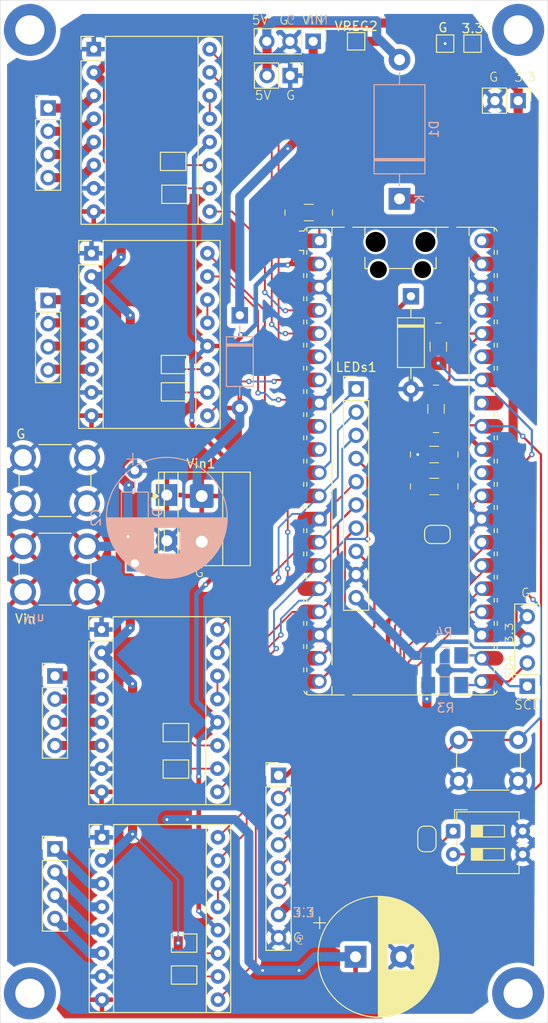
<source format=kicad_pcb>
(kicad_pcb (version 20241229) (generator "pcbnew") (generator_version "9.0")
  (layers (0 "F.Cu" signal) (2 "B.Cu" signal) (13 "F.Paste" user) (15 "B.Paste" user) (5 "F.SilkS" user "F.Silkscreen") (7 "B.SilkS" user "B.Silkscreen") (1 "F.Mask" user) (3 "B.Mask" user) (25 "Edge.Cuts" user))
  (net 0 "")
  (net 1 "+12V")
  (net 2 "Net-(A1-~{RST})")
  (net 3 "Net-(A1-B1)")
  (net 4 "Net-(A1-A1)")
  (net 5 "Net-(A1-B2)")
  (net 6 "Net-(A1-A2)")
  (net 7 "GND")
  (net 8 "Net-(A1-M0)")
  (net 9 "Net-(A1-M1)")
  (net 10 "+3.3V")
  (net 11 "+5V")
  (net 12 "Net-(D1-K)")
  (net 14 "Net-(D2-K)")
  (net 15 "Net-(D4-K)")
  (net 16 "/SDA")
  (net 17 "/SCL")
  (net 18 "Net-(J2-Pin_6)")
  (net 19 "Net-(J2-Pin_2)")
  (net 20 "Net-(J2-Pin_5)")
  (net 21 "Net-(J2-Pin_3)")
  (net 22 "Net-(J2-Pin_4)")
  (net 23 "Net-(JP1-A)")
  (net 24 "Net-(JP1-B)")
  (net 25 "Net-(JP2-B)")
  (net 26 "/UART")
  (net 27 "Net-(U1-GPIO27_ADC1)")
  (net 28 "Net-(U1-GPIO0)")
  (net 31 "/EN0")
  (net 32 "/STEP0")
  (net 33 "/DIR0")
  (net 34 "/DIR1")
  (net 35 "/EN2")
  (net 36 "/STEP1")
  (net 37 "/STEP2")
  (net 38 "/EN1")
  (net 39 "/DIR2")
  (net 43 "Net-(A2-M1)")
  (net 44 "Net-(A2-B2)")
  (net 45 "Net-(A2-~{RST})")
  (net 46 "Net-(A2-M0)")
  (net 47 "Net-(A2-B1)")
  (net 48 "Net-(A2-A2)")
  (net 49 "Net-(A2-A1)")
  (net 50 "Net-(A3-B1)")
  (net 51 "Net-(A3-M0)")
  (net 52 "Net-(A3-~{RST})")
  (net 53 "Net-(A3-M1)")
  (net 54 "Net-(A3-B2)")
  (net 55 "Net-(A3-A2)")
  (net 56 "Net-(A3-A1)")
  (net 57 "/STEP3")
  (net 58 "Net-(A4-B2)")
  (net 59 "Net-(A4-A1)")
  (net 60 "Net-(A4-~{RST})")
  (net 61 "/DIR3")
  (net 62 "Net-(A4-B1)")
  (net 63 "Net-(A4-M1)")
  (net 64 "Net-(A4-M0)")
  (net 65 "Net-(A4-A2)")
  (net 66 "/EN3")
  (net 67 "Net-(LEDs1-Pin_8)")
  (net 68 "Net-(LEDs1-Pin_7)")
  (footprint "Jumper:SolderJumper-2_P1.3mm_Open_Pad1.0x1.5mm" (layer "F.Cu") (at 113.95 75.65)
    (property "Reference" "JP6" (hide yes))
    (property "Value" "SolderJumper_2_Open" (hide yes))
  )
  (footprint "Connector_PinHeader_2.54mm:PinHeader_1x04_P2.54mm_Vertical" (layer "F.Cu") (at 100.25 69.81)
    (property "Reference" "J15" (hide yes))
    (property "Value" "M0")
  )
  (footprint "MountingHole:MountingHole_3.2mm_M3_ISO7380_Pad_TopBottom" (layer "F.Cu") (at 151.75 166.75)
    (property "Reference" "H2" (hide yes))
    (property "Value" "MountingHole" (hide yes))
  )
  (footprint "Connector_PinHeader_2.54mm:PinHeader_1x10_P2.54mm_Vertical" (layer "F.Cu") (at 134 100.57)
    (property "Reference" "LEDs1")
    (property "Value" "Conn_01x10_Pin" (hide yes))
  )
  (footprint "Connector_PinHeader_2.54mm:PinHeader_1x08_P2.54mm_Vertical" (layer "F.Cu") (at 125.5 142.88)
    (property "Reference" "J2" (hide yes))
    (property "Value" "Conn_01x08_Socket" (hide yes))
  )
  (footprint "Capacitor_THT:CP_Radial_D13.0mm_P5.00mm" (layer "F.Cu") (at 133.934785 162.75)
    (property "Reference" "C1" (hide yes))
    (property "Value" "C" (hide yes))
  )
  (footprint "TestPoint:TestPoint_Pad_1.5x1.5mm" (layer "F.Cu") (at 146.75 62.75)
    (property "Reference" "3.3")
    (property "Value" "TestPoint" (hide yes))
  )
  (footprint "Module:Pololu_Breakout-16_15.2x20.3mm" (layer "F.Cu") (at 106.15 149.67)
    (property "Reference" "A4" (hide yes))
    (property "Value" "TMC2209" (hide yes))
  )
  (footprint "Jumper:SolderJumper-2_P1.3mm_Open_Pad1.0x1.5mm" (layer "F.Cu") (at 114.05 97.89)
    (property "Reference" "JP4" (hide yes))
    (property "Value" "SolderJumper_2_Open" (hide yes))
  )
  (footprint "Jumper:SolderJumper-2_P1.3mm_Open_Pad1.0x1.5mm" (layer "F.Cu") (at 114.05 100.89)
    (property "Reference" "JP3" (hide yes))
    (property "Value" "SolderJumper_2_Open" (hide yes))
  )
  (footprint "digikey-footprints:1206" (layer "F.Cu") (at 142.75 102.75 -90)
    (property "Reference" "R6" (hide yes))
    (property "Value" "R")
  )
  (footprint "digikey-footprints:1206" (layer "F.Cu") (at 142.55 111.25)
    (property "Reference" "R5" (hide yes))
    (property "Value" "R")
  )
  (footprint "MountingHole:MountingHole_3.2mm_M3_ISO7380_Pad_TopBottom" (layer "F.Cu") (at 98.25 166.75)
    (property "Reference" "H3" (hide yes))
    (property "Value" "MountingHole" (hide yes))
  )
  (footprint "digikey-footprints:1206" (layer "F.Cu") (at 128.8 81.25)
    (property "Reference" "RUART1" (hide yes))
    (property "Value" "1K")
  )
  (footprint "Button_Switch_THT:SW_DIP_SPSTx02_Slide_6.7x6.64mm_W7.62mm_P2.54mm_LowProfile" (layer "F.Cu") (at 144.63 148.9925)
    (property "Reference" "SW2" (hide yes))
    (property "Value" "SW_DIP_x02" (hide yes))
  )
  (footprint "Diode_THT:D_A-405_P10.16mm_Horizontal" (layer "F.Cu") (at 140 90.42 -90)
    (property "Reference" "D4" (hide yes))
    (property "Value" "D")
  )
  (footprint "Connector_PinHeader_2.54mm:PinHeader_1x04_P2.54mm_Vertical" (layer "F.Cu") (at 101 132)
    (property "Reference" "J16" (hide yes))
    (property "Value" "M2")
  )
  (footprint "MountingHole:MountingHole_3.2mm_M3_ISO7380_Pad_TopBottom" (layer "F.Cu") (at 151.75 61.25)
    (property "Reference" "H1" (hide yes))
    (property "Value" "MountingHole" (hide yes))
  )
  (footprint "Jumper:SolderJumper-2_P1.3mm_Open_Pad1.0x1.5mm" (layer "F.Cu") (at 114.25 142.2)
    (property "Reference" "JP7" (hide yes))
    (property "Value" "SolderJumper_2_Open" (hide yes))
  )
  (footprint "Module:Pololu_Breakout-16_15.2x20.3mm" (layer "F.Cu") (at 106.1 126.91)
    (property "Reference" "A3" (hide yes))
    (property "Value" "TMC2209" (hide yes))
  )
  (footprint "TestPoint:TestPoint_Pad_1.5x1.5mm" (layer "F.Cu") (at 134 62.5)
    (property "Reference" "VREG2")
    (property "Value" "TestPoint" (hide yes))
  )
  (footprint "TestPoint:TestPoint_Pad_1.5x1.5mm" (layer "F.Cu") (at 143.75 62.75)
    (property "Reference" "G")
    (property "Value" "TestPoint" (hide yes))
  )
  (footprint "Module:Pololu_Breakout-16_15.2x20.3mm" (layer "F.Cu") (at 105.25 63.36)
    (property "Reference" "A2" (hide yes))
    (property "Value" "TMC2209" (hide yes))
  )
  (footprint "Jumper:SolderJumper-2_P1.3mm_Open_RoundedPad1.0x1.5mm" (layer "F.Cu") (at 141.75 149.85 90)
    (property "Reference" "JP1" (hide yes))
    (property "Value" "SolderJumper_2_Open" (hide yes))
  )
  (footprint "digikey-footprints:1206" (layer "F.Cu") (at 143 95.95 -90)
    (property "Reference" "R2" (hide yes))
    (property "Value" "R" (hide yes))
  )
  (footprint "Connector_PinHeader_2.54mm:PinHeader_1x04_P2.54mm_Vertical" (layer "F.Cu") (at 152.75 133.12 180)
    (property "Reference" "I2C1" (hide yes))
    (property "Value" "Conn_01x04_Pin" (hide yes))
  )
  (footprint "Connector_PinHeader_2.54mm:PinHeader_1x04_P2.54mm_Vertical" (layer "F.Cu") (at 100.25 90.88)
    (property "Reference" "J14" (hide yes))
    (property "Value" "M1" (hide yes))
  )
  (footprint "TerminalBlock_Phoenix:TerminalBlock_Phoenix_MKDS-1,5-2_1x02_P5.00mm_Horizontal" (layer "F.Cu") (at 117.0775 112.3 -90)
    (property "Reference" "Vin1")
    (property "Value" "Screw_Terminal_01x02" (hide yes))
  )
  (footprint "Jumper:SolderJumper-2_P1.3mm_Open_Pad1.0x1.5mm" (layer "F.Cu") (at 114.25 138.2)
    (property "Reference" "JP8" (hide yes))
    (property "Value" "SolderJumper_2_Open" (hide yes))
  )
  (footprint "Connector_PinHeader_2.54mm:PinHeader_1x02_P2.54mm_Vertical" (layer "F.Cu") (at 126.775 66.25 -90)
    (property "Reference" "J5" (hide yes))
    (property "Value" "Conn_01x02_Socket" (hide yes))
  )
  (footprint "Jumper:SolderJumper-2_P1.3mm_Open_RoundedPad1.0x1.5mm" (layer "F.Cu") (at 142.9 116.5 180)
    (property "Reference" "JP2" (hide yes))
    (property "Value" "SolderJumper_2_Open" (hide yes))
  )
  (footprint "Jumper:SolderJumper-2_P1.3mm_Open_Pad1.0x1.5mm" (layer "F.Cu") (at 115.15 161.25)
    (property "Reference" "JP10" (hide yes))
    (property "Value" "SolderJumper_2_Open" (hide yes))
  )
  (footprint "Connector_PinHeader_2.54mm:PinHeader_1x04_P2.54mm_Vertical" (layer "F.Cu") (at 101 150.94)
    (property "Reference" "J17" (hide yes))
    (property "Value" "M3")
  )
  (footprint "7767:KEYSTONE_7767" (layer "F.Cu") (at 101.005 120.3 90)
    (property "Reference" "J27" (hide yes))
    (property "Value" "7767" (hide yes))
  )
  (footprint "Jumper:SolderJumper-2_P1.3mm_Open_Pad1.0x1.5mm" (layer "F.Cu") (at 115.15 164.75)
    (property "Reference" "JP9" (hide yes))
    (property "Value" "SolderJumper_2_Open" (hide yes))
  )
  (footprint "Module:Pololu_Breakout-16_15.2x20.3mm" (layer "F.Cu") (at 105 85.71)
    (property "Reference" "A1" (hide yes))
    (property "Value" "TMC2209" (hide yes))
  )
  (footprint "7767:KEYSTONE_7767" (layer "F.Cu") (at 101 110.6 90)
    (property "Reference" "J28" (hide yes))
    (property "Value" "7767" (hide yes))
  )
  (footprint "Connector_PinHeader_2.54mm:PinHeader_1x03_P2.54mm_Vertical" (layer "F.Cu") (at 129.29 62.5 -90)
    (property "Reference" "VReg1" (hide yes))
    (property "Value" "Conn_01x03_Pin" (hide yes))
  )
  (footprint "Jumper:SolderJumper-2_P1.3mm_Open_Pad1.0x1.5mm" (layer "F.Cu") (at 114.1 79.25)
    (property "Reference" "JP5" (hide yes))
    (property "Value" "SolderJumper_2_Open" (hide yes))
  )
  (footprint "digikey-footprints:1206" (layer "F.Cu") (at 142.55 107.75)
    (property "Reference" "R1" (hide yes))
    (property "Value" "R")
  )
  (footprint "Button_Switch_THT:SW_PUSH_6mm" (layer "F.Cu") (at 145.25 139)
    (property "Reference" "SW1" (hide yes))
    (property "Value" "SW_Push" (hide yes))
  )
  (footprint "Connector_PinHeader_2.54mm:PinHeader_1x02_P2.54mm_Vertical" (layer "F.Cu") (at 151.75 69 -90)
    (property "Reference" "J4" (hide yes))
    (property "Value" "Conn_01x02_Socket" (hide yes))
  )
  (footprint "MountingHole:MountingHole_3.2mm_M3_ISO7380_Pad_TopBottom" (layer "F.Cu") (at 98.25 61.25)
    (property "Reference" "H4" (hide yes))
    (property "Value" "MountingHole" (hide yes))
  )
  (footprint "Module:RaspberryPi_Pico_Common_Unspecified" (layer "F.Cu") (at 138.86 108.47)
    (property "Reference" "U1" (hide yes))
    (property "Value" "Pico")
  )
  (footprint "Capacitor_THT:CP_Radial_D13.0mm_P5.00mm" (layer "B.Cu") (at 113.25 112.184784 -90)
    (property "Reference" "C2")
    (property "Value" "C")
  )
  (footprint "Diode_THT:D_DO-27_P15.24mm_Horizontal" (layer "B.Cu") (at 138.75 79.75 90)
    (property "Reference" "D1")
    (property "Value" "D_Schottky")
  )
  (footprint "digikey-footprints:1206" (layer "B.Cu") (at 143.7 133)
    (property "Reference" "R3")
    (property "Value" "R")
  )
  (footprint "digikey-footprints:1206" (layer "B.Cu") (at 143.7 129.75 180)
    (property "Reference" "R4")
    (property "Value" "R" (hide yes))
  )
  (footprint "Diode_THT:D_A-405_P10.16mm_Horizontal" (layer "B.Cu") (at 121.25 92.5 -90)
    (property "Reference" "D2" (hide yes))
    (property "Value" "D")
  )
  (footprint "Diode_THT:D_A-405_P10.16mm_Horizontal" (layer "B.Cu") (at 109.75 119.66 90)
    (property "Reference" "D3")
    (property "Value" "D")
  )
  (gr_rect (start 95 58) (end 155 170) (stroke (width 0.05)) (fill no) (layer "Edge.Cuts"))
  (gr_text "G" (at 148.5 67 0) (layer "F.SilkS") (effects (font (size 1 1) (thickness 0.1)) (justify left bottom)))
  (gr_text "5V" (at 122.83 69 0) (layer "F.SilkS") (effects (font (size 1 1) (thickness 0.1)) (justify left bottom)))
  (gr_text "G" (at 125.5 60.75 0) (layer "F.SilkS") (effects (font (size 1 1) (thickness 0.1)) (justify left bottom)))
  (gr_text "SDA" (at 151.25 132.5 90) (layer "F.SilkS") (effects (font (size 0.8 1) (thickness 0.1)) (justify left bottom)))
  (gr_text "G" (at 152 123.5 0) (layer "F.SilkS") (effects (font (size 1 1) (thickness 0.1)) (justify left bottom)))
  (gr_text "3.3" (at 127 158.5 0) (layer "F.SilkS") (effects (font (size 1 1) (thickness 0.1)) (justify left bottom)))
  (gr_text "G" (at 126.25 69 0) (layer "F.SilkS") (effects (font (size 1 1) (thickness 0.1)) (justify left bottom)))
  (gr_text "5V" (at 122.5 60.75 0) (layer "F.SilkS") (effects (font (size 1 1) (thickness 0.1)) (justify left bottom)))
  (gr_text "VIN" (at 128 60.75 0) (layer "F.SilkS") (effects (font (size 1 1) (thickness 0.1)) (justify left bottom)))
  (gr_text "G" (at 116.25 121.25 0) (layer "F.SilkS") (effects (font (size 1 1) (thickness 0.1)) (justify left bottom)))
  (gr_text "G" (at 97.25 105.5 0) (layer "F.SilkS") (effects (font (size 1 1))))
  (gr_text "SCL" (at 151.25 135.75 0) (layer "F.SilkS") (effects (font (size 1 1) (thickness 0.1)) (justify left bottom)))
  (gr_text "3.3" (at 151.25 128.58 90) (layer "F.SilkS") (effects (font (size 0.8 1) (thickness 0.1)) (justify left bottom)))
  (gr_text "G" (at 127 161.25 0) (layer "F.SilkS") (effects (font (size 1 1) (thickness 0.1)) (justify left bottom)))
  (gr_text "3.3" (at 151.25 67 0) (layer "F.SilkS") (effects (font (size 1 1) (thickness 0.1)) (justify left bottom)))
  (gr_text "Vin" (at 97.75 125.75 0) (layer "F.SilkS") (effects (font (size 1 1))))
  (gr_text "G" (at 127.25 160.25 180) (layer "B.SilkS") (effects (font (size 1 1) (thickness 0.1)) (justify left bottom mirror)))
  (gr_text "Vin" (at 98.75 125.75 180) (layer "B.SilkS") (effects (font (size 1 1)) (justify mirror)))
  (gr_text "G" (at 126.25 59.5 180) (layer "B.SilkS") (effects (font (size 1 1) (thickness 0.1)) (justify left bottom mirror)))
  (gr_text "VIN" (at 128.5 59.5 180) (layer "B.SilkS") (effects (font (size 1 1) (thickness 0.1)) (justify left bottom mirror)))
  (gr_text "3.3" (at 127 157.25 180) (layer "B.SilkS") (effects (font (size 1 1) (thickness 0.1)) (justify left bottom mirror)))
  (via (at 113.272598 147.727402) (size 0.6) (drill 0.3) (layers "F.Cu" "B.Cu") (net 1))
  (via (at 115.5 147.727402) (size 0.6) (drill 0.3) (layers "F.Cu" "B.Cu") (net 1))
  (via (at 123.75 164.25) (size 0.6) (drill 0.3) (layers "F.Cu" "B.Cu") (net 1))
  (via (at 127.75 164.25) (size 0.6) (drill 0.3) (layers "F.Cu" "B.Cu") (net 1))
  (segment (start 120.727402 147.727402) (end 122.25 149.25) (width 1) (layer "B.Cu") (net 1))
  (segment (start 122.25 163.25) (end 123.25 164.25) (width 1) (layer "B.Cu") (net 1))
  (segment (start 116.5775 109.1725) (end 121.25 104.5) (width 1) (layer "B.Cu") (net 1))
  (segment (start 121.25 104.5) (end 121.25 102.66) (width 1) (layer "B.Cu") (net 1))
  (segment (start 107.89 117.8) (end 109.75 119.66) (width 1) (layer "B.Cu") (net 1))
  (segment (start 104.51 117.8) (end 107.89 117.8) (width 1) (layer "B.Cu") (net 1))
  (segment (start 123.25 164.25) (end 123.75 164.25) (width 1) (layer "B.Cu") (net 1))
  (segment (start 116.5775 112.3) (end 116.5775 109.1725) (width 1) (layer "B.Cu") (net 1))
  (segment (start 123.75 164.25) (end 127.75 164.25) (width 1) (layer "B.Cu") (net 1))
  (segment (start 128 164.25) (end 129.5 162.75) (width 1) (layer "B.Cu") (net 1))
  (segment (start 113.272598 147.727402) (end 115.5 147.727402) (width 1) (layer "B.Cu") (net 1))
  (segment (start 127.75 164.25) (end 128 164.25) (width 1) (layer "B.Cu") (net 1))
  (segment (start 129.5 162.75) (end 133.934785 162.75) (width 1) (layer "B.Cu") (net 1))
  (segment (start 115.5 147.727402) (end 120.727402 147.727402) (width 1) (layer "B.Cu") (net 1))
  (segment (start 122.25 154) (end 122.25 163.25) (width 1) (layer "B.Cu") (net 1))
  (segment (start 122.25 149.25) (end 122.25 154) (width 1) (layer "B.Cu") (net 1))
  (segment (start 117.7 90.79) (end 117.7 93.33) (width 0.2) (layer "F.Cu") (net 2))
  (segment (start 105 95.87) (end 100.34 95.87) (width 1) (layer "F.Cu") (net 3))
  (segment (start 100.34 95.87) (end 100.25 95.96) (width 1) (layer "F.Cu") (net 3))
  (segment (start 105 93.33) (end 100.34 93.33) (width 1) (layer "F.Cu") (net 4))
  (segment (start 100.34 93.33) (end 100.25 93.42) (width 1) (layer "F.Cu") (net 4))
  (segment (start 105 98.41) (end 100.34 98.41) (width 1) (layer "F.Cu") (net 5))
  (segment (start 100.34 98.41) (end 100.25 98.5) (width 1) (layer "F.Cu") (net 5))
  (segment (start 105 90.79) (end 100.34 90.79) (width 1) (layer "F.Cu") (net 6))
  (segment (start 100.34 90.79) (end 100.25 90.88) (width 1) (layer "F.Cu") (net 6))
  (via (at 143.75 62.75) (size 0.6) (drill 0.3) (layers "F.Cu" "B.Cu") (net 7))
  (via (at 140.75 107.75) (size 0.6) (drill 0.3) (layers "F.Cu" "B.Cu") (net 7))
  (segment (start 117.7 100.95) (end 114.76 100.95) (width 0.2) (layer "F.Cu") (net 8))
  (segment (start 114.76 100.95) (end 114.7 100.89) (width 0.2) (layer "F.Cu") (net 8))
  (segment (start 117.7 98.41) (end 115.22 98.41) (width 0.2) (layer "F.Cu") (net 9))
  (segment (start 115.22 98.41) (end 114.7 97.89) (width 0.2) (layer "F.Cu") (net 9))
  (segment (start 113.6 142.2) (end 113.6 138.2) (width 0.2) (layer "F.Cu") (net 10))
  (segment (start 113.4 97.89) (end 109.39 97.89) (width 0.2) (layer "F.Cu") (net 10))
  (segment (start 108.149 121.261) (end 108.149 117.601) (width 1) (layer "F.Cu") (net 10))
  (segment (start 109.39 97.89) (end 109.25 97.75) (width 0.2) (layer "F.Cu") (net 10))
  (segment (start 146.75 62.75) (end 144.5 60.5) (width 1) (layer "F.Cu") (net 10))
  (segment (start 109.25 126.762) (end 109.25 126.75) (width 1) (layer "F.Cu") (net 10))
  (segment (start 108.25 76.999) (end 106.751 75.5) (width 1) (layer "F.Cu") (net 10))
  (segment (start 147.75 94.5) (end 143.35 94.5) (width 0.25) (layer "F.Cu") (net 10))
  (segment (start 148.55 94.5) (end 148.932736 94.5) (width 1) (layer "F.Cu") (net 10))
  (segment (start 144.226 98.024) (end 147.75 94.5) (width 0.25) (layer "F.Cu") (net 10))
  (segment (start 141.75 141.87) (end 141.75 134.5) (width 1) (layer "F.Cu") (net 10))
  (segment (start 151.199 96.766264) (end 151.199 126.489) (width 1) (layer "F.Cu") (net 10))
  (segment (start 109.25 97.75) (end 109.25 92.5) (width 1) (layer "F.Cu") (net 10))
  (segment (start 109.086844 107.899) (end 109.25 107.899) (width 1) (layer "F.Cu") (net 10))
  (segment (start 106.751 75.5) (end 106.751 67.401) (width 1) (layer "F.Cu") (net 10))
  (segment (start 109.25 126.75) (end 109.25 121.261) (width 1) (layer "F.Cu") (net 10))
  (segment (start 151.75 67.75) (end 146.75 62.75) (width 1) (layer "F.Cu") (net 10))
  (segment (start 109.5 138.25) (end 109.5 149.322) (width 1) (layer "F.Cu") (net 10))
  (segment (start 113.3 75.65) (end 106.901 75.65) (width 0.2) (layer "F.Cu") (net 10))
  (segment (start 109.086844 111.101) (end 108.149 110.163156) (width 1) (layer "F.Cu") (net 10))
  (segment (start 148.932736 94.5) (end 151.75 91.682736) (width 1) (layer "F.Cu") (net 10))
  (segment (start 114.5 161.25) (end 114.5 160.56) (width 0.2) (layer "F.Cu") (net 10))
  (segment (start 111.112 60.5) (end 105.712 65.9) (width 1) (layer "F.Cu") (net 10))
  (segment (start 143.35 94.5) (end 143 94.15) (width 0.25) (layer "F.Cu") (net 10))
  (segment (start 144.5 60.5) (end 111.112 60.5) (width 1) (layer "F.Cu") (net 10))
  (segment (start 106.901 75.65) (end 106.751 75.5) (width 0.2) (layer "F.Cu") (net 10))
  (segment (start 106.751 67.401) (end 105.25 65.9) (width 1) (layer "F.Cu") (net 10))
  (segment (start 109.5 132.85) (end 109.5 138.25) (width 1) (layer "F.Cu") (net 10))
  (segment (start 108.149 110.163156) (end 108.149 108.836844) (width 1) (layer "F.Cu") (net 10))
  (segment (start 144.226 99.474) (end 144.226 98.024) (width 0.25) (layer "F.Cu") (net 10))
  (segment (start 109.25 111.101) (end 109.086844 111.101) (width 1) (layer "F.Cu") (net 10))
  (segment (start 125.5 158.12) (end 141.75 141.87) (width 1) (layer "F.Cu") (net 10))
  (segment (start 113.6 138.2) (end 109.55 138.2) (width 0.2) (layer "F.Cu") (net 10))
  (segment (start 109.55 138.2) (end 109.5 138.25) (width 0.2) (layer "F.Cu") (net 10))
  (segment (start 151.199 126.489) (end 152.75 128.04) (width 1) (layer "F.Cu") (net 10))
  (segment (start 108.149 108.836844) (end 109.086844 107.899) (width 1) (layer "F.Cu") (net 10))
  (segment (start 114.5 164.75) (end 114.5 161.25) (width 0.2) (layer "F.Cu") (net 10))
  (segment (start 148.932736 94.5) (end 151.199 96.766264) (width 1) (layer "F.Cu") (net 10))
  (segment (start 113.4 97.89) (end 113.4 100.89) (width 0.2) (layer "F.Cu") (net 10))
  (segment (start 108.25 86.13137) (end 108.25 76.999) (width 1) (layer "F.Cu") (net 10))
  (segment (start 142.75 100.95) (end 144.226 99.474) (width 0.25) (layer "F.Cu") (net 10))
  (segment (start 151.75 91.682736) (end 151.75 69) (width 1) (layer "F.Cu") (net 10))
  (segment (start 113.45 75.8) (end 113.3 75.65) (width 0.2) (layer "F.Cu") (net 10))
  (segment (start 109.25 107.899) (end 109.25 97.75) (width 1) (layer "F.Cu") (net 10))
  (segment (start 113.45 79.25) (end 113.45 79.8) (width 0.2) (layer "F.Cu") (net 10))
  (segment (start 109.25 121.261) (end 108.149 121.261) (width 1) (layer "F.Cu") (net 10))
  (segment (start 108.149 117.601) (end 109 116.75) (width 1) (layer "F.Cu") (net 10))
  (segment (start 151.75 69) (end 151.75 67.75) (width 1) (layer "F.Cu") (net 10))
  (segment (start 105.712 65.9) (end 105.25 65.9) (width 1) (layer "F.Cu") (net 10))
  (segment (start 113.45 79.25) (end 113.45 75.8) (width 0.2) (layer "F.Cu") (net 10))
  (via (at 108.25 86.13137) (size 0.6) (drill 0.3) (layers "F.Cu" "B.Cu") (net 10))
  (via (at 109.086844 111.101) (size 0.6) (drill 0.3) (layers "F.Cu" "B.Cu") (net 10))
  (via (at 114.5 161.25) (size 0.6) (drill 0.3) (layers "F.Cu" "B.Cu") (net 10))
  (via (at 109.5 132.85) (size 0.6) (drill 0.3) (layers "F.Cu" "B.Cu") (net 10))
  (via (at 109 116.75) (size 0.6) (drill 0.3) (layers "F.Cu" "B.Cu") (net 10))
  (via (at 109.25 126.75) (size 0.6) (drill 0.3) (layers "F.Cu" "B.Cu") (net 10))
  (via (at 141.75 134.5) (size 0.6) (drill 0.3) (layers "F.Cu" "B.Cu") (net 10))
  (via (at 109.25 92.5) (size 0.6) (drill 0.3) (layers "F.Cu" "B.Cu") (net 10))
  (via (at 109.5 149.322) (size 0.6) (drill 0.3) (layers "F.Cu" "B.Cu") (net 10))
  (segment (start 105 88.25) (end 106.13137 88.25) (width 1) (layer "B.Cu") (net 10))
  (segment (start 141.75 129.9) (end 141.9 129.75) (width 1) (layer "B.Cu") (net 10))
  (segment (start 140.32 129.75) (end 134 123.43) (width 1) (layer "B.Cu") (net 10))
  (segment (start 143.4 128.25) (end 141.9 129.75) (width 0.5) (layer "B.Cu") (net 10))
  (segment (start 151.9 128.89) (end 146.89 128.89) (width 0.3) (layer "B.Cu") (net 10))
  (segment (start 109 116.75) (end 109 111.187844) (width 1) (layer "B.Cu") (net 10))
  (segment (start 141.9 129.75) (end 140.32 129.75) (width 1) (layer "B.Cu") (net 10))
  (segment (start 109.5 132.85) (end 106.1 129.45) (width 1) (layer "B.Cu") (net 10))
  (segment (start 114.5 154.322) (end 109.5 149.322) (width 0.2) (layer "B.Cu") (net 10))
  (segment (start 146.25 128.25) (end 143.4 128.25) (width 0.5) (layer "B.Cu") (net 10))
  (segment (start 109.5 149.322) (end 106.612 152.21) (width 1) (layer "B.Cu") (net 10))
  (segment (start 146.89 128.89) (end 146.25 128.25) (width 0.3) (layer "B.Cu") (net 10))
  (segment (start 106.13137 88.25) (end 108.25 86.13137) (width 1) (layer "B.Cu") (net 10))
  (segment (start 106.55 129.45) (end 109.25 126.75) (width 1) (layer "B.Cu") (net 10))
  (segment (start 106.612 152.21) (end 106.15 152.21) (width 1) (layer "B.Cu") (net 10))
  (segment (start 109 111.187844) (end 109.086844 111.101) (width 1) (layer "B.Cu") (net 10))
  (segment (start 151.9 128.89) (end 152.75 128.04) (width 0.5) (layer "B.Cu") (net 10))
  (segment (start 114.5 161.25) (end 114.5 154.322) (width 0.2) (layer "B.Cu") (net 10))
  (segment (start 106.1 129.45) (end 106.55 129.45) (width 1) (layer "B.Cu") (net 10))
  (segment (start 141.75 134.5) (end 141.75 129.9) (width 1) (layer "B.Cu") (net 10))
  (segment (start 109.25 92.5) (end 105 88.25) (width 1) (layer "B.Cu") (net 10))
  (segment (start 136.74 62.5) (end 138.75 64.51) (width 1) (layer "F.Cu") (net 11))
  (segment (start 124.235 62.525) (end 124.21 62.5) (width 1) (layer "F.Cu") (net 11))
  (segment (start 134 62.5) (end 136.74 62.5) (width 1) (layer "F.Cu") (net 11))
  (segment (start 124.235 66.25) (end 124.235 62.525) (width 1) (layer "F.Cu") (net 11))
  (segment (start 124.21 61.04) (end 125 60.25) (width 1) (layer "B.Cu") (net 11))
  (segment (start 124.21 62.5) (end 124.21 61.04) (width 1) (layer "B.Cu") (net 11))
  (segment (start 125 60.25) (end 136.25 60.25) (width 1) (layer "B.Cu") (net 11))
  (segment (start 136.25 62.01) (end 138.75 64.51) (width 1) (layer "B.Cu") (net 11))
  (segment (start 136.25 60.25) (end 136.25 62.01) (width 1) (layer "B.Cu") (net 11))
  (segment (start 138.75 79.75) (end 140.62 79.75) (width 1) (layer "F.Cu") (net 12))
  (segment (start 140.62 79.75) (end 147.75 86.88) (width 1) (layer "F.Cu") (net 12))
  (segment (start 126.5 74.25) (end 129.29 71.46) (width 1) (layer "F.Cu") (net 14))
  (segment (start 129.29 71.46) (end 129.29 62.5) (width 1) (layer "F.Cu") (net 14))
  (via (at 126.5 74.25) (size 0.6) (drill 0.3) (layers "F.Cu" "B.Cu") (net 14))
  (segment (start 121.25 92.5) (end 121.25 79.5) (width 1) (layer "B.Cu") (net 14))
  (segment (start 121.25 79.5) (end 126.5 74.25) (width 1) (layer "B.Cu") (net 14))
  (segment (start 140 90.42) (end 138.3307 92.0893) (width 0.5) (layer "F.Cu") (net 15))
  (segment (start 143.431019 116.381019) (end 143.431019 112.168981) (width 0.5) (layer "F.Cu") (net 15))
  (segment (start 126.37 142.88) (end 137.5 131.75) (width 0.5) (layer "F.Cu") (net 15))
  (segment (start 144.35 111.25) (end 144.35 107.75) (width 0.5) (layer "F.Cu") (net 15))
  (segment (start 138.3307 115.089716) (end 143.365984 120.125) (width 0.5) (layer "F.Cu") (net 15))
  (segment (start 125.5 142.88) (end 126.37 142.88) (width 0.2) (layer "F.Cu") (net 15))
  (segment (start 143.375 120.125) (end 143.55 119.95) (width 0.2) (layer "F.Cu") (net 15))
  (segment (start 143.431019 112.168981) (end 144.35 111.25) (width 0.5) (layer "F.Cu") (net 15))
  (segment (start 138.3307 92.0893) (end 138.3307 115.089716) (width 0.5) (layer "F.Cu") (net 15))
  (segment (start 143.365984 120.125) (end 143.375 120.125) (width 0.25) (layer "F.Cu") (net 15))
  (segment (start 137.5 131.75) (end 137.5 126) (width 0.5) (layer "F.Cu") (net 15))
  (segment (start 143.55 116.5) (end 143.431019 116.381019) (width 0.2) (layer "F.Cu") (net 15))
  (segment (start 137.5 126) (end 143.375 120.125) (width 0.5) (layer "F.Cu") (net 15))
  (segment (start 143.55 119.95) (end 143.55 116.5) (width 0.5) (layer "F.Cu") (net 15))
  (segment (start 148.55 132.6) (end 150.73 132.6) (width 0.25) (layer "F.Cu") (net 16))
  (segment (start 150.73 132.6) (end 152.75 130.58) (width 0.25) (layer "F.Cu") (net 16))
  (segment (start 145.5 133) (end 147.35 133) (width 0.25) (layer "B.Cu") (net 16))
  (segment (start 147.35 133) (end 147.75 132.6) (width 0.25) (layer "B.Cu") (net 16))
  (segment (start 152.75 133.12) (end 150.81 133.12) (width 0.25) (layer "B.Cu") (net 17))
  (segment (start 145.5 129.75) (end 147.44 129.75) (width 0.25) (layer "B.Cu") (net 17))
  (segment (start 147.44 129.75) (end 147.75 130.06) (width 0.25) (layer "B.Cu") (net 17))
  (segment (start 150.81 133.12) (end 147.75 130.06) (width 0.25) (layer "B.Cu") (net 17))
  (segment (start 140.299141 140.780859) (end 140.299141 131.299489) (width 0.2) (layer "F.Cu") (net 18))
  (segment (start 146.61863 124.98) (end 148.55 124.98) (width 0.2) (layer "F.Cu") (net 18))
  (segment (start 125.5 155.58) (end 140.299141 140.780859) (width 0.2) (layer "F.Cu") (net 18))
  (segment (start 140.299141 131.299489) (end 146.61863 124.98) (width 0.2) (layer "F.Cu") (net 18))
  (segment (start 146.28 113.75) (end 147.75 112.28) (width 0.2) (layer "F.Cu") (net 19))
  (segment (start 138.25 132.67) (end 138.25 126.5) (width 0.2) (layer "F.Cu") (net 19))
  (segment (start 138.25 126.5) (end 146.25 118.5) (width 0.2) (layer "F.Cu") (net 19))
  (segment (start 125.5 145.42) (end 138.25 132.67) (width 0.2) (layer "F.Cu") (net 19))
  (segment (start 146.25 113.75) (end 146.28 113.75) (width 0.2) (layer "F.Cu") (net 19))
  (segment (start 146.25 118.5) (end 146.25 113.75) (width 0.2) (layer "F.Cu") (net 19))
  (segment (start 139.75 138.79) (end 139.75 130.44) (width 0.2) (layer "F.Cu") (net 20))
  (segment (start 139.75 130.44) (end 147.75 122.44) (width 0.2) (layer "F.Cu") (net 20))
  (segment (start 125.5 153.04) (end 139.75 138.79) (width 0.2) (layer "F.Cu") (net 20))
  (segment (start 138.849 127.061) (end 148.55 117.36) (width 0.2) (layer "F.Cu") (net 21))
  (segment (start 125.5 147.96) (end 138.849 134.611) (width 0.2) (layer "F.Cu") (net 21))
  (segment (start 138.849 134.611) (end 138.849 127.061) (width 0.2) (layer "F.Cu") (net 21))
  (segment (start 139.25 136.75) (end 139.25 129.2) (width 0.2) (layer "F.Cu") (net 22))
  (segment (start 139.25 129.2) (end 148.55 119.9) (width 0.2) (layer "F.Cu") (net 22))
  (segment (start 125.5 150.5) (end 139.25 136.75) (width 0.2) (layer "F.Cu") (net 22))
  (segment (start 143.1225 150.5) (end 144.63 148.9925) (width 0.25) (layer "F.Cu") (net 23))
  (segment (start 141.75 150.5) (end 143.1225 150.5) (width 0.25) (layer "F.Cu") (net 23))
  (segment (start 141.75 149.2) (end 142.576 148.374) (width 0.25) (layer "F.Cu") (net 24))
  (segment (start 147.27 99.1) (end 147.75 99.58) (width 0.25) (layer "F.Cu") (net 24))
  (segment (start 153.25 107.75) (end 152.75 108.25) (width 0.25) (layer "F.Cu") (net 24))
  (segment (start 142.576 148.374) (end 142.576 141.674) (width 0.25) (layer "F.Cu") (net 24))
  (segment (start 142.576 141.674) (end 145.25 139) (width 0.25) (layer "F.Cu") (net 24))
  (segment (start 152.75 108.25) (end 152.75 123) (width 0.25) (layer "F.Cu") (net 24))
  (segment (start 152.75 123) (end 153.375 123.625) (width 0.25) (layer "F.Cu") (net 24))
  (segment (start 145.25 139) (end 151.75 139) (width 0.25) (layer "F.Cu") (net 24))
  (via (at 153.375 123.625) (size 0.6) (drill 0.3) (layers "F.Cu" "B.Cu") (net 24))
  (via (at 143 97.75) (size 0.6) (drill 0.3) (layers "F.Cu" "B.Cu") (net 24))
  (via (at 153.25 107.75) (size 0.6) (drill 0.3) (layers "F.Cu" "B.Cu") (net 24))
  (segment (start 154.25 136.5) (end 151.75 139) (width 0.25) (layer "B.Cu") (net 24))
  (segment (start 147.75 99.58) (end 153.25 105.08) (width 0.25) (layer "B.Cu") (net 24))
  (segment (start 153.25 105.08) (end 153.25 107.75) (width 0.25) (layer "B.Cu") (net 24))
  (segment (start 147.75 99.58) (end 144.83 99.58) (width 0.25) (layer "B.Cu") (net 24))
  (segment (start 154.25 124.5) (end 154.25 136.5) (width 0.25) (layer "B.Cu") (net 24))
  (segment (start 153.375 123.625) (end 154.25 124.5) (width 0.25) (layer "B.Cu") (net 24))
  (segment (start 144.83 99.58) (end 143 97.75) (width 0.25) (layer "B.Cu") (net 24))
  (segment (start 142.75 106) (end 146.55 106) (width 0.5) (layer "F.Cu") (net 25))
  (segment (start 140.75 111.25) (end 142.75 109.25) (width 0.5) (layer "F.Cu") (net 25))
  (segment (start 142.75 109.25) (end 142.75 106) (width 0.5) (layer "F.Cu") (net 25))
  (segment (start 140.75 115) (end 140.75 111.25) (width 0.5) (layer "F.Cu") (net 25))
  (segment (start 142.25 116.5) (end 140.75 115) (width 0.5) (layer "F.Cu") (net 25))
  (segment (start 146.55 106) (end 147.75 107.2) (width 0.5) (layer "F.Cu") (net 25))
  (segment (start 121.375 94.625) (end 121.5 94.5) (width 0.2) (layer "F.Cu") (net 26))
  (segment (start 116.75 157.73) (end 116.75 143) (width 0.5) (layer "F.Cu") (net 26))
  (segment (start 127 86.5) (end 126.5 87) (width 0.25) (layer "F.Cu") (net 26))
  (segment (start 126.75 87) (end 126.87 86.88) (width 0.2) (layer "F.Cu") (net 26))
  (segment (start 116 104.5) (end 120.75 109.25) (width 0.5) (layer "F.Cu") (net 26))
  (segment (start 121.375 94.875) (end 121.375 94.625) (width 0.5) (layer "F.Cu") (net 26))
  (segment (start 126.5 87) (end 126.75 87) (width 0.2) (layer "F.Cu") (net 26))
  (segment (start 117.7 95.87) (end 120.38 95.87) (width 0.5) (layer "F.Cu") (net 26))
  (segment (start 116 104) (end 116 104.5) (width 0.5) (layer "F.Cu") (net 26))
  (segment (start 120.75 109.25) (end 120.75 118.75) (width 0.5) (layer "F.Cu") (net 26))
  (segment (start 126.87 86.88) (end 129.17 86.88) (width 0.5) (layer "F.Cu") (net 26))
  (segment (start 120.75 118.75) (end 117.5 122) (width 0.5) (layer "F.Cu") (net 26))
  (segment (start 120.38 95.87) (end 121.375 94.875) (width 0.5) (layer "F.Cu") (net 26))
  (segment (start 116.76 157.74) (end 116.75 157.73) (width 0.5) (layer "F.Cu") (net 26))
  (segment (start 127 81.25) (end 127 86.5) (width 0.25) (layer "F.Cu") (net 26))
  (via (at 126.5 87) (size 0.6) (drill 0.3) (layers "F.Cu" "B.Cu") (net 26))
  (via (at 116.75 143) (size 0.6) (drill 0.3) (layers "F.Cu" "B.Cu") (net 26))
  (via (at 116 104) (size 0.6) (drill 0.3) (layers "F.Cu" "B.Cu") (net 26))
  (via (at 116.76 157.74) (size 0.6) (drill 0.3) (layers "F.Cu" "B.Cu") (net 26))
  (via (at 117.5 122) (size 0.6) (drill 0.3) (layers "F.Cu" "B.Cu") (net 26))
  (via (at 121.375 94.625) (size 0.6) (drill 0.3) (layers "F.Cu" "B.Cu") (net 26))
  (segment (start 121.875 94.625) (end 123 93.5) (width 0.5) (layer "B.Cu") (net 26))
  (segment (start 116.5 134.77) (end 116.5 123) (width 0.5) (layer "B.Cu") (net 26))
  (segment (start 116.75 139.12) (end 118.8 137.07) (width 0.5) (layer "B.Cu") (net 26))
  (segment (start 116 104) (end 116 97.57) (width 0.5) (layer "B.Cu") (net 26))
  (segment (start 116.25 94.42) (end 116.25 75.22) (width 0.5) (layer "B.Cu") (net 26))
  (segment (start 116.5 123) (end 117.5 122) (width 0.5) (layer "B.Cu") (net 26))
  (segment (start 123 93.5) (end 123 89.25) (width 0.5) (layer "B.Cu") (net 26))
  (segment (start 121.375 94.625) (end 121.875 94.625) (width 0.5) (layer "B.Cu") (net 26))
  (segment (start 125.25 87) (end 126.5 87) (width 0.5) (layer "B.Cu") (net 26))
  (segment (start 123 89.25) (end 125.25 87) (width 0.5) (layer "B.Cu") (net 26))
  (segment (start 118.8 137.07) (end 116.5 134.77) (width 0.5) (layer "B.Cu") (net 26))
  (segment (start 116 97.57) (end 117.7 95.87) (width 0.5) (layer "B.Cu") (net 26))
  (segment (start 116.76 157.74) (end 116.75 157.73) (width 0.5) (layer "B.Cu") (net 26))
  (segment (start 118.85 159.83) (end 116.76 157.74) (width 0.5) (layer "B.Cu") (net 26))
  (segment (start 116.25 75.22) (end 117.95 73.52) (width 0.5) (layer "B.Cu") (net 26))
  (segment (start 117.7 95.87) (end 116.25 94.42) (width 0.5) (layer "B.Cu") (net 26))
  (segment (start 116.75 143) (end 116.75 139.12) (width 0.5) (layer "B.Cu") (net 26))
  (segment (start 147.64 104.55) (end 147.75 104.66) (width 0.25) (layer "F.Cu") (net 27))
  (segment (start 144.63 151.5325) (end 146.4675 151.5325) (width 0.25) (layer "F.Cu") (net 27))
  (segment (start 142.75 104.55) (end 147.64 104.55) (width 0.25) (layer "F.Cu") (net 27))
  (segment (start 154.25 107.75) (end 152.25 105.75) (width 0.25) (layer "F.Cu") (net 27))
  (segment (start 154.25 143.75) (end 154.25 121) (width 0.25) (layer "F.Cu") (net 27))
  (segment (start 154.25 121) (end 154.25 107.75) (width 0.25) (layer "F.Cu") (net 27))
  (segment (start 146.4675 151.5325) (end 153.5 144.5) (width 0.25) (layer "F.Cu") (net 27))
  (segment (start 153.5 144.5) (end 154.25 143.75) (width 0.25) (layer "F.Cu") (net 27))
  (via (at 152.25 105.75) (size 0.6) (drill 0.3) (layers "F.Cu" "B.Cu") (net 27))
  (segment (start 152.25 105.75) (end 151.16 104.66) (width 0.25) (layer "B.Cu") (net 27))
  (segment (start 151.16 104.66) (end 147.75 104.66) (width 0.25) (layer "B.Cu") (net 27))
  (segment (start 129.97 81.88) (end 130.6 81.25) (width 0.25) (layer "F.Cu") (net 28))
  (segment (start 129.97 84.34) (end 129.97 81.88) (width 0.25) (layer "F.Cu") (net 28))
  (segment (start 124 90) (end 124 84.75) (width 0.2) (layer "F.Cu") (net 31))
  (segment (start 126.29 91.96) (end 129.17 91.96) (width 0.2) (layer "F.Cu") (net 31))
  (segment (start 126.25 92) (end 126.29 91.96) (width 0.2) (layer "F.Cu") (net 31))
  (segment (start 120.39 81.14) (end 117.95 81.14) (width 0.2) (layer "F.Cu") (net 31))
  (segment (start 124 84.75) (end 120.39 81.14) (width 0.2) (layer "F.Cu") (net 31))
  (via (at 124 90) (size 0.6) (drill 0.3) (layers "F.Cu" "B.Cu") (net 31))
  (via (at 126.25 92) (size 0.6) (drill 0.3) (layers "F.Cu" "B.Cu") (net 31))
  (segment (start 125.96 91.96) (end 126 92) (width 0.2) (layer "B.Cu") (net 31))
  (segment (start 124 90) (end 125.96 91.96) (width 0.2) (layer "B.Cu") (net 31))
  (segment (start 126 92) (end 126.25 92) (width 0.2) (layer "B.Cu") (net 31))
  (segment (start 126.25 94.5) (end 129.17 94.5) (width 0.2) (layer "F.Cu") (net 32))
  (segment (start 117.95 65.9) (end 124.75 72.7) (width 0.2) (layer "F.Cu") (net 32))
  (segment (start 124.75 72.7) (end 124.75 93.5) (width 0.2) (layer "F.Cu") (net 32))
  (via (at 126.25 94.5) (size 0.6) (drill 0.3) (layers "F.Cu" "B.Cu") (net 32))
  (via (at 124.75 93.5) (size 0.6) (drill 0.3) (layers "F.Cu" "B.Cu") (net 32))
  (segment (start 124.75 93.5) (end 125.75 94.5) (width 0.2) (layer "B.Cu") (net 32))
  (segment (start 125.75 94.5) (end 126.25 94.5) (width 0.2) (layer "B.Cu") (net 32))
  (segment (start 127.04 97.04) (end 129.17 97.04) (width 0.2) (layer "F.Cu") (net 33))
  (segment (start 125.5 95.75) (end 125.75 95.75) (width 0.2) (layer "F.Cu") (net 33))
  (segment (start 117.95 63.45) (end 125.5 71) (width 0.2) (layer "F.Cu") (net 33))
  (segment (start 125.5 71) (end 125.5 95.75) (width 0.2) (layer "F.Cu") (net 33))
  (segment (start 125.75 95.75) (end 127.04 97.04) (width 0.2) (layer "F.Cu") (net 33))
  (segment (start 117.95 63.36) (end 117.95 63.45) (width 0.2) (layer "F.Cu") (net 33))
  (segment (start 117.7 85.71) (end 124 92.01) (width 0.2) (layer "F.Cu") (net 34))
  (segment (start 124 92.01) (end 124 102.03) (width 0.2) (layer "F.Cu") (net 34))
  (segment (start 124 102.03) (end 129.17 107.2) (width 0.2) (layer "F.Cu") (net 34))
  (segment (start 121 128.25) (end 121 127) (width 0.2) (layer "F.Cu") (net 35))
  (segment (start 121 142.49) (end 121 128.25) (width 0.2) (layer "F.Cu") (net 35))
  (segment (start 126.5 112.41) (end 129.17 109.74) (width 0.2) (layer "F.Cu") (net 35))
  (segment (start 118.8 144.69) (end 121 142.49) (width 0.2) (layer "F.Cu") (net 35))
  (segment (start 126.5 120.25) (end 126.5 120) (width 0.2) (layer "F.Cu") (net 35))
  (segment (start 121 127) (end 126.5 121.5) (width 0.2) (layer "F.Cu") (net 35))
  (segment (start 126.5 116.25) (end 126.5 112.41) (width 0.2) (layer "F.Cu") (net 35))
  (segment (start 126.5 121.5) (end 126.5 120.25) (width 0.2) (layer "F.Cu") (net 35))
  (via (at 126.5 120.25) (size 0.6) (drill 0.3) (layers "F.Cu" "B.Cu") (net 35))
  (via (at 126.5 116.25) (size 0.6) (drill 0.3) (layers "F.Cu" "B.Cu") (net 35))
  (segment (start 131.25 108.5) (end 131.25 103.32) (width 0.25) (layer "B.Cu") (net 35))
  (segment (start 131.25 103.32) (end 134 100.57) (width 0.25) (layer "B.Cu") (net 35))
  (segment (start 126.5 120.25) (end 126.5 116.25) (width 0.2) (layer "B.Cu") (net 35))
  (segment (start 131.21 108.5) (end 131.25 108.5) (width 0.25) (layer "B.Cu") (net 35))
  (segment (start 129.97 109.74) (end 131.21 108.5) (width 0.25) (layer "B.Cu") (net 35))
  (segment (start 125.5 101.75) (end 126.26 101.75) (width 0.2) (layer "F.Cu") (net 36))
  (segment (start 117.7 88.25) (end 119.5 88.25) (width 0.2) (layer "F.Cu") (net 36))
  (segment (start 119.5 88.25) (end 123.25 92) (width 0.2) (layer "F.Cu") (net 36))
  (segment (start 126.26 101.75) (end 129.17 104.66) (width 0.2) (layer "F.Cu") (net 36))
  (segment (start 123.25 92) (end 123.25 101) (width 0.2) (layer "F.Cu") (net 36))
  (via (at 125.5 101.75) (size 0.6) (drill 0.3) (layers "F.Cu" "B.Cu") (net 36))
  (via (at 123.25 101) (size 0.6) (drill 0.3) (layers "F.Cu" "B.Cu") (net 36))
  (segment (start 123.25 101) (end 124 101) (width 0.2) (layer "B.Cu") (net 36))
  (segment (start 124.75 101.75) (end 125.5 101.75) (width 0.2) (layer "B.Cu") (net 36))
  (segment (start 124 101) (end 124.75 101.75) (width 0.2) (layer "B.Cu") (net 36))
  (segment (start 118.8 128.95) (end 120.25 127.5) (width 0.2) (layer "F.Cu") (net 37))
  (segment (start 120.25 126.75) (end 125.5 121.5) (width 0.2) (layer "F.Cu") (net 37))
  (segment (start 125.5 121.5) (end 125.5 121.25) (width 0.2) (layer "F.Cu") (net 37))
  (segment (start 120.25 127.5) (end 120.25 126.75) (width 0.2) (layer "F.Cu") (net 37))
  (segment (start 125.5 121.25) (end 125.5 121) (width 0.2) (layer "F.Cu") (net 37))
  (segment (start 118.8 129.45) (end 118.8 128.95) (width 0.2) (layer "F.Cu") (net 37))
  (via (at 125.5 121.25) (size 0.6) (drill 0.3) (layers "F.Cu" "B.Cu") (net 37))
  (segment (start 125.5 115.75) (end 127 114.25) (width 0.2) (layer "B.Cu") (net 37))
  (segment (start 125.5 121.25) (end 125.5 115.75) (width 0.2) (layer "B.Cu") (net 37))
  (segment (start 129.97 112.28) (end 132 110.25) (width 0.2) (layer "B.Cu") (net 37))
  (segment (start 132 105.11) (end 134 103.11) (width 0.2) (layer "B.Cu") (net 37))
  (segment (start 127 114.25) (end 128 114.25) (width 0.2) (layer "B.Cu") (net 37))
  (segment (start 128 114.25) (end 129.97 112.28) (width 0.2) (layer "B.Cu") (net 37))
  (segment (start 132 110.25) (end 132 105.11) (width 0.2) (layer "B.Cu") (net 37))
  (segment (start 121.44 99.75) (end 122.25 99.75) (width 0.2) (layer "F.Cu") (net 38))
  (segment (start 125 99.75) (end 125.17 99.58) (width 0.2) (layer "F.Cu") (net 38))
  (segment (start 125.17 99.58) (end 129.17 99.58) (width 0.2) (layer "F.Cu") (net 38))
  (segment (start 117.7 103.49) (end 121.44 99.75) (width 0.2) (layer "F.Cu") (net 38))
  (via (at 122.25 99.75) (size 0.6) (drill 0.3) (layers "F.Cu" "B.Cu") (net 38))
  (via (at 125 99.75) (size 0.6) (drill 0.3) (layers "F.Cu" "B.Cu") (net 38))
  (segment (start 124.5 99.75) (end 125 99.75) (width 0.2) (layer "B.Cu") (net 38))
  (segment (start 122.25 99.75) (end 124.5 99.75) (width 0.2) (layer "B.Cu") (net 38))
  (segment (start 118.8 126.91) (end 128.35 117.36) (width 0.2) (layer "F.Cu") (net 39))
  (segment (start 128.35 117.36) (end 129.17 117.36) (width 0.2) (layer "F.Cu") (net 39))
  (segment (start 129.97 117.28) (end 132.5 114.75) (width 0.25) (layer "B.Cu") (net 39))
  (segment (start 129.97 117.36) (end 129.97 117.28) (width 0.25) (layer "B.Cu") (net 39))
  (segment (start 132.5 107.15) (end 134 105.65) (width 0.25) (layer "B.Cu") (net 39))
  (segment (start 132.5 114.75) (end 132.5 107.15) (width 0.25) (layer "B.Cu") (net 39))
  (segment (start 115.01 76.06) (end 114.6 75.65) (width 0.2) (layer "F.Cu") (net 43))
  (segment (start 117.95 76.06) (end 115.01 76.06) (width 0.2) (layer "F.Cu") (net 43))
  (segment (start 103.88 77.43) (end 105.25 76.06) (width 1) (layer "F.Cu") (net 44))
  (segment (start 100.25 77.43) (end 103.88 77.43) (width 1) (layer "F.Cu") (net 44))
  (segment (start 117.95 68.44) (end 117.95 70.98) (width 0.2) (layer "F.Cu") (net 45))
  (segment (start 117.95 78.6) (end 115.4 78.6) (width 0.2) (layer "F.Cu") (net 46))
  (segment (start 115.4 78.6) (end 114.75 79.25) (width 0.2) (layer "F.Cu") (net 46))
  (segment (start 100.25 74.89) (end 103.88 74.89) (width 1) (layer "F.Cu") (net 47))
  (segment (start 103.88 74.89) (end 105.25 73.52) (width 1) (layer "F.Cu") (net 47))
  (segment (start 100.25 69.81) (end 103.88 69.81) (width 1) (layer "F.Cu") (net 48))
  (segment (start 103.88 69.81) (end 105.25 68.44) (width 1) (layer "F.Cu") (net 48))
  (segment (start 103.88 72.35) (end 105.25 70.98) (width 1) (layer "F.Cu") (net 49))
  (segment (start 100.25 72.35) (end 103.88 72.35) (width 1) (layer "F.Cu") (net 49))
  (segment (start 106.1 137.07) (end 101.01 137.07) (width 1) (layer "F.Cu") (net 50))
  (segment (start 101.01 137.07) (end 101 137.08) (width 1) (layer "F.Cu") (net 50))
  (segment (start 118.8 142.15) (end 114.95 142.15) (width 0.2) (layer "F.Cu") (net 51))
  (segment (start 114.95 142.15) (end 114.9 142.2) (width 0.2) (layer "F.Cu") (net 51))
  (segment (start 118.8 131.99) (end 118.8 134.53) (width 0.2) (layer "F.Cu") (net 52))
  (segment (start 116.31 139.61) (end 114.9 138.2) (width 0.2) (layer "F.Cu") (net 53))
  (segment (start 118.8 139.61) (end 116.31 139.61) (width 0.2) (layer "F.Cu") (net 53))
  (segment (start 101.01 139.61) (end 101 139.62) (width 1) (layer "F.Cu") (net 54))
  (segment (start 106.1 139.61) (end 101.01 139.61) (width 1) (layer "F.Cu") (net 54))
  (segment (start 101.01 131.99) (end 101 132) (width 1) (layer "F.Cu") (net 55))
  (segment (start 106.1 131.99) (end 101.01 131.99) (width 1) (layer "F.Cu") (net 55))
  (segment (start 101.01 134.53) (end 101 134.54) (width 1) (layer "F.Cu") (net 56))
  (segment (start 106.1 134.53) (end 101.01 134.53) (width 1) (layer "F.Cu") (net 56))
  (segment (start 131.25 121.16) (end 131.25 113.48) (width 0.2) (layer "F.Cu") (net 57))
  (segment (start 131.25 113.48) (end 134 110.73) (width 0.2) (layer "F.Cu") (net 57))
  (segment (start 129.97 122.44) (end 131.25 121.16) (width 0.2) (layer "F.Cu") (net 57))
  (segment (start 118.85 152.21) (end 122 149.06) (width 0.2) (layer "F.Cu") (net 57))
  (segment (start 122 149.06) (end 122 131.25) (width 0.2) (layer "F.Cu") (net 57))
  (segment (start 122 131.25) (end 125.75 127.5) (width 0.2) (layer "F.Cu") (net 57))
  (via (at 125.75 127.5) (size 0.6) (drill 0.3) (layers "F.Cu" "B.Cu") (net 57))
  (segment (start 128.66 123.75) (end 129.97 122.44) (width 0.2) (layer "B.Cu") (net 57))
  (segment (start 125.75 127.5) (end 125.75 125.75) (width 0.2) (layer "B.Cu") (net 57))
  (segment (start 127.75 123.75) (end 128.66 123.75) (width 0.2) (layer "B.Cu") (net 57))
  (segment (start 125.75 125.75) (end 127.75 123.75) (width 0.2) (layer "B.Cu") (net 57))
  (segment (start 106.15 162.37) (end 104.81 162.37) (width 1) (layer "B.Cu") (net 58))
  (segment (start 104.81 162.37) (end 101 158.56) (width 1) (layer "B.Cu") (net 58))
  (segment (start 104.81 157.29) (end 101 153.48) (width 1) (layer "B.Cu") (net 59))
  (segment (start 106.15 157.29) (end 104.81 157.29) (width 1) (layer "B.Cu") (net 59))
  (segment (start 118.85 157.29) (end 118.85 154.75) (width 0.2) (layer "F.Cu") (net 60))
  (segment (start 118.85 149.67) (end 121.5 147.02) (width 0.2) (layer "F.Cu") (net 61))
  (segment (start 121.5 130.5) (end 127.02 124.98) (width 0.2) (layer "F.Cu") (net 61))
  (segment (start 132 115.27) (end 134 113.27) (width 0.25) (layer "F.Cu") (net 61))
  (segment (start 132 122.95) (end 132 115.27) (width 0.25) (layer "F.Cu") (net 61))
  (segment (start 121.5 147.02) (end 121.5 130.5) (width 0.2) (layer "F.Cu") (net 61))
  (segment (start 127.02 124.98) (end 129.17 124.98) (width 0.2) (layer "F.Cu") (net 61))
  (segment (start 129.97 124.98) (end 132 122.95) (width 0.25) (layer "F.Cu") (net 61))
  (segment (start 104.81 159.83) (end 101 156.02) (width 1) (layer "B.Cu") (net 62))
  (segment (start 106.15 159.83) (end 104.81 159.83) (width 1) (layer "B.Cu") (net 62))
  (segment (start 116.92 162.37) (end 115.8 161.25) (width 0.2) (layer "F.Cu") (net 63))
  (segment (start 118.85 162.37) (end 116.92 162.37) (width 0.2) (layer "F.Cu") (net 63))
  (segment (start 115.96 164.91) (end 115.8 164.75) (width 0.2) (layer "F.Cu") (net 64))
  (segment (start 118.85 164.91) (end 115.96 164.91) (width 0.2) (layer "F.Cu") (net 64))
  (segment (start 104.81 154.75) (end 101 150.94) (width 1) (layer "B.Cu") (net 65))
  (segment (start 106.15 154.75) (end 104.81 154.75) (width 1) (layer "B.Cu") (net 65))
  (segment (start 118.85 167.45) (end 123 163.3) (width 0.2) (layer "F.Cu") (net 66))
  (segment (start 123 163.3) (end 123 131.25) (width 0.2) (layer "F.Cu") (net 66))
  (segment (start 134 108.19) (end 135.25 109.44) (width 0.25) (layer "F.Cu") (net 66))
  (segment (start 135.25 109.44) (end 135.25 117) (width 0.25) (layer "F.Cu") (net 66))
  (segment (start 135.25 117) (end 135.25 117.25) (width 0.25) (layer "F.Cu") (net 66))
  (segment (start 123 131.25) (end 125.25 129) (width 0.2) (layer "F.Cu") (net 66))
  (via (at 125.25 129) (size 0.6) (drill 0.3) (layers "F.Cu" "B.Cu") (net 66))
  (via (at 135.25 117) (size 0.6) (drill 0.3) (layers "F.Cu" "B.Cu") (net 66))
  (segment (start 135.25 117) (end 132.87 117) (width 0.25) (layer "B.Cu") (net 66))
  (segment (start 132.87 117) (end 129.97 119.9) (width 0.25) (layer "B.Cu") (net 66))
  (segment (start 125 124.87) (end 129.97 119.9) (width 0.2) (layer "B.Cu") (net 66))
  (segment (start 125 128.75) (end 125 124.87) (width 0.2) (layer "B.Cu") (net 66))
  (segment (start 125.25 129) (end 125 128.75) (width 0.2) (layer "B.Cu") (net 66))
  (segment (start 135.9 120.25) (end 134 118.35) (width 0.25) (layer "F.Cu") (net 67))
  (segment (start 136 120.25) (end 135.9 120.25) (width 0.25) (layer "F.Cu") (net 67))
  (segment (start 129.97 132.6) (end 136 126.57) (width 0.25) (layer "F.Cu") (net 67))
  (segment (start 136 126.57) (end 136 120.25) (width 0.25) (layer "F.Cu") (net 67))
  (segment (start 129.97 130.06) (end 132.75 127.28) (width 0.25) (layer "F.Cu") (net 68))
  (segment (start 132.75 117.06) (end 134 115.81) (width 0.25) (layer "F.Cu") (net 68))
  (segment (start 132.75 127.28) (end 132.75 117.06) (width 0.25) (layer "F.Cu") (net 68))
  (zone (net 1) (net_name "+12V") (layer "F.Cu") (connect_pads (clearance 0.5)) (min_thickness 0.25) (fill yes (thermal_gap 0.5) (thermal_bridge_width 0.5))
    (polygon (pts (xy 136.893313 169.5) (xy 102 169.5) (xy 96 162.25) (xy 96 73.5) (xy 121.5 73.25) (xy 121.439331 157.15799) (xy 135.735081 163.555675)))
  )
  (zone (net 7) (net_name "GND") (layer "B.Cu") (priority 1) (connect_pads (clearance 0.5)) (min_thickness 0.25) (fill yes (thermal_gap 0.5) (thermal_bridge_width 0.5))
    (polygon (pts (xy 95.75 163.25) (xy 95.75 65) (xy 104 59.5) (xy 146.75 59.5) (xy 154 69) (xy 153.5 164) (xy 146.75 169) (xy 102.75 169)))
  )
)
</source>
